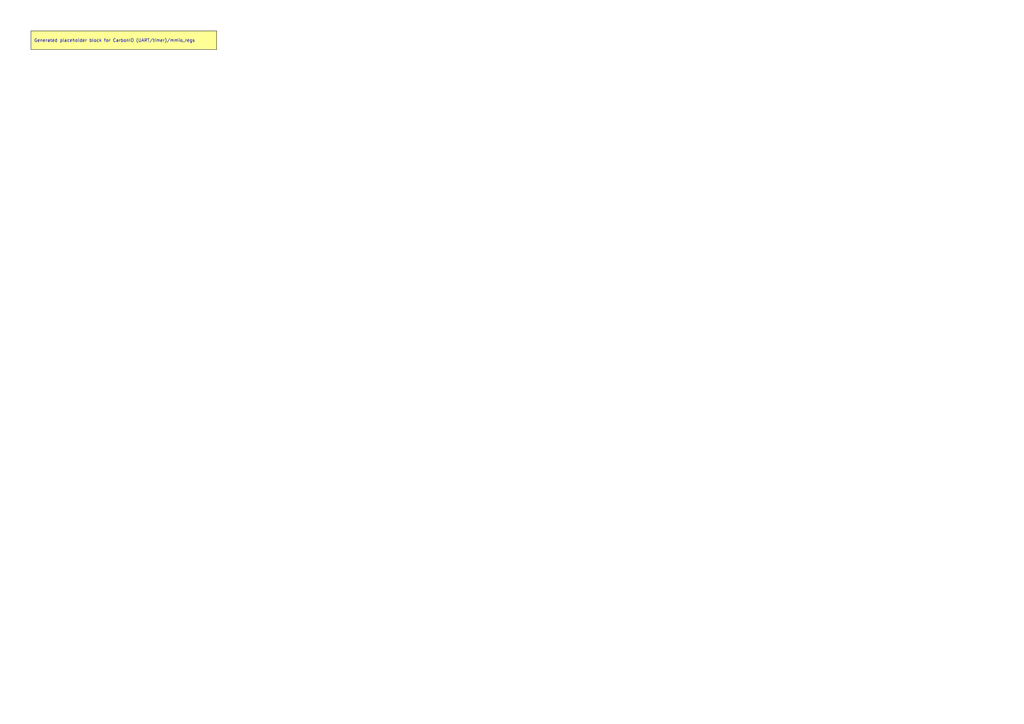
<source format=kicad_sch>
(kicad_sch
	(version 20250114)
	(generator "kicadgen")
	(generator_version "0.2")
	(uuid "97cb5bb9-7784-549e-9833-5e1786be94e3")
	(paper "A3")
	(title_block
		(title "CarbonIO (UART/timer)::mmio_regs")
		(company "Project Carbon")
		(comment 1 "Generated - do not edit in generated/")
		(comment 2 "Edit in schem/kicad9/manual/ or refine mapping specs")
	)
	(lib_symbols)
	(text_box
		"Generated placeholder block for CarbonIO (UART/timer)/mmio_regs"
		(exclude_from_sim no)
		(at
			12.7
			12.7
			0
		)
		(size 76.2 7.62)
		(margins
			1.27
			1.27
			1.27
			1.27
		)
		(stroke
			(width 0)
			(type default)
			(color
				0
				0
				0
				1
			)
		)
		(fill
			(type color)
			(color
				255
				255
				150
				1
			)
		)
		(effects
			(font
				(size 1.27 1.27)
			)
			(justify left)
		)
		(uuid "d0e4451f-4588-50db-9fee-d20ff205b3cc")
	)
	(sheet_instances
		(path
			"/"
			(page "1")
		)
	)
	(embedded_fonts no)
)

</source>
